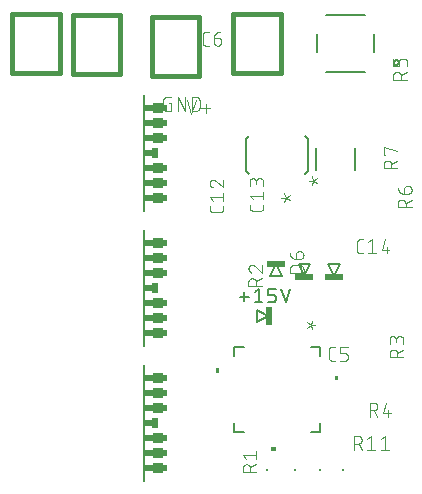
<source format=gbr>
G04 EAGLE Gerber RS-274X export*
G75*
%MOMM*%
%FSLAX34Y34*%
%LPD*%
%INSilkscreen Top*%
%IPPOS*%
%AMOC8*
5,1,8,0,0,1.08239X$1,22.5*%
G01*
%ADD10C,0.203200*%
%ADD11R,0.533500X0.900000*%
%ADD12R,0.952400X0.900000*%
%ADD13R,1.950000X0.600000*%
%ADD14R,1.054000X0.600000*%
%ADD15C,0.101600*%
%ADD16R,1.574800X0.609600*%
%ADD17R,0.609600X1.574800*%
%ADD18C,0.127000*%
%ADD19C,0.152400*%
%ADD20C,0.076200*%
%ADD21R,0.250000X0.250000*%
%ADD22C,0.406400*%

G36*
X184004Y103220D02*
X184004Y103220D01*
X184006Y103219D01*
X184049Y103239D01*
X184093Y103257D01*
X184093Y103259D01*
X184095Y103260D01*
X184128Y103345D01*
X184128Y107155D01*
X184127Y107157D01*
X184128Y107159D01*
X184108Y107202D01*
X184090Y107246D01*
X184088Y107246D01*
X184087Y107248D01*
X184002Y107281D01*
X181462Y107281D01*
X181460Y107280D01*
X181458Y107281D01*
X181415Y107261D01*
X181371Y107243D01*
X181371Y107241D01*
X181369Y107240D01*
X181336Y107155D01*
X181336Y103345D01*
X181337Y103343D01*
X181336Y103341D01*
X181356Y103298D01*
X181374Y103254D01*
X181376Y103254D01*
X181377Y103252D01*
X181462Y103219D01*
X184002Y103219D01*
X184004Y103220D01*
G37*
G36*
X284540Y96720D02*
X284540Y96720D01*
X284542Y96719D01*
X284585Y96739D01*
X284629Y96757D01*
X284629Y96759D01*
X284631Y96760D01*
X284664Y96845D01*
X284664Y100655D01*
X284663Y100657D01*
X284664Y100659D01*
X284644Y100702D01*
X284626Y100746D01*
X284624Y100746D01*
X284623Y100748D01*
X284538Y100781D01*
X281998Y100781D01*
X281996Y100780D01*
X281994Y100781D01*
X281951Y100761D01*
X281907Y100743D01*
X281907Y100741D01*
X281905Y100740D01*
X281872Y100655D01*
X281872Y96845D01*
X281873Y96843D01*
X281872Y96841D01*
X281892Y96798D01*
X281910Y96754D01*
X281912Y96754D01*
X281913Y96752D01*
X281998Y96719D01*
X284538Y96719D01*
X284540Y96720D01*
G37*
G36*
X231657Y37337D02*
X231657Y37337D01*
X231659Y37336D01*
X231702Y37356D01*
X231746Y37374D01*
X231746Y37376D01*
X231748Y37377D01*
X231781Y37462D01*
X231781Y40002D01*
X231780Y40004D01*
X231781Y40006D01*
X231761Y40049D01*
X231743Y40093D01*
X231741Y40093D01*
X231740Y40095D01*
X231655Y40128D01*
X227845Y40128D01*
X227843Y40127D01*
X227841Y40128D01*
X227798Y40108D01*
X227754Y40090D01*
X227754Y40088D01*
X227752Y40087D01*
X227719Y40002D01*
X227719Y37462D01*
X227720Y37460D01*
X227719Y37458D01*
X227739Y37415D01*
X227757Y37371D01*
X227759Y37371D01*
X227760Y37369D01*
X227845Y37336D01*
X231655Y37336D01*
X231657Y37337D01*
G37*
D10*
X120200Y240100D02*
X120200Y338100D01*
D11*
X129843Y289100D03*
D12*
X131937Y301800D03*
X131937Y314500D03*
X131937Y327200D03*
X131937Y276400D03*
X131937Y263700D03*
X131937Y251000D03*
D13*
X130450Y327200D03*
X130450Y251000D03*
X130450Y263700D03*
X130450Y276400D03*
D14*
X125970Y289100D03*
D13*
X130450Y301800D03*
X130450Y314500D03*
D10*
X120200Y223800D02*
X120200Y125800D01*
D11*
X129843Y174800D03*
D12*
X131937Y187500D03*
X131937Y200200D03*
X131937Y212900D03*
X131937Y162100D03*
X131937Y149400D03*
X131937Y136700D03*
D13*
X130450Y212900D03*
X130450Y136700D03*
X130450Y149400D03*
X130450Y162100D03*
D14*
X125970Y174800D03*
D13*
X130450Y187500D03*
X130450Y200200D03*
D10*
X120200Y109500D02*
X120200Y11500D01*
D11*
X129843Y60500D03*
D12*
X131937Y73200D03*
X131937Y85900D03*
X131937Y98600D03*
X131937Y47800D03*
X131937Y35100D03*
X131937Y22400D03*
D13*
X130450Y98600D03*
X130450Y22400D03*
X130450Y35100D03*
X130450Y47800D03*
D14*
X125970Y60500D03*
D13*
X130450Y73200D03*
X130450Y85900D03*
D15*
X203758Y19095D02*
X215442Y19095D01*
X203758Y19095D02*
X203758Y22340D01*
X203760Y22453D01*
X203766Y22566D01*
X203776Y22679D01*
X203790Y22792D01*
X203807Y22904D01*
X203829Y23015D01*
X203854Y23125D01*
X203884Y23235D01*
X203917Y23343D01*
X203954Y23450D01*
X203994Y23556D01*
X204039Y23660D01*
X204087Y23763D01*
X204138Y23864D01*
X204193Y23963D01*
X204251Y24060D01*
X204313Y24155D01*
X204378Y24248D01*
X204446Y24338D01*
X204517Y24426D01*
X204592Y24512D01*
X204669Y24595D01*
X204749Y24675D01*
X204832Y24752D01*
X204918Y24827D01*
X205006Y24898D01*
X205096Y24966D01*
X205189Y25031D01*
X205284Y25093D01*
X205381Y25151D01*
X205480Y25206D01*
X205581Y25257D01*
X205684Y25305D01*
X205788Y25350D01*
X205894Y25390D01*
X206001Y25427D01*
X206109Y25460D01*
X206219Y25490D01*
X206329Y25515D01*
X206440Y25537D01*
X206552Y25554D01*
X206665Y25568D01*
X206778Y25578D01*
X206891Y25584D01*
X207004Y25586D01*
X207117Y25584D01*
X207230Y25578D01*
X207343Y25568D01*
X207456Y25554D01*
X207568Y25537D01*
X207679Y25515D01*
X207789Y25490D01*
X207899Y25460D01*
X208007Y25427D01*
X208114Y25390D01*
X208220Y25350D01*
X208324Y25305D01*
X208427Y25257D01*
X208528Y25206D01*
X208627Y25151D01*
X208724Y25093D01*
X208819Y25031D01*
X208912Y24966D01*
X209002Y24898D01*
X209090Y24827D01*
X209176Y24752D01*
X209259Y24675D01*
X209339Y24595D01*
X209416Y24512D01*
X209491Y24426D01*
X209562Y24338D01*
X209630Y24248D01*
X209695Y24155D01*
X209757Y24060D01*
X209815Y23963D01*
X209870Y23864D01*
X209921Y23763D01*
X209969Y23660D01*
X210014Y23556D01*
X210054Y23450D01*
X210091Y23343D01*
X210124Y23235D01*
X210154Y23125D01*
X210179Y23015D01*
X210201Y22904D01*
X210218Y22792D01*
X210232Y22679D01*
X210242Y22566D01*
X210248Y22453D01*
X210250Y22340D01*
X210249Y22340D02*
X210249Y19095D01*
X210249Y22989D02*
X215442Y25586D01*
X206354Y30451D02*
X203758Y33696D01*
X215442Y33696D01*
X215442Y30451D02*
X215442Y36942D01*
X279339Y113408D02*
X281936Y113408D01*
X279339Y113408D02*
X279240Y113410D01*
X279140Y113416D01*
X279041Y113425D01*
X278943Y113438D01*
X278845Y113455D01*
X278747Y113476D01*
X278651Y113501D01*
X278556Y113529D01*
X278462Y113561D01*
X278369Y113596D01*
X278277Y113635D01*
X278187Y113678D01*
X278099Y113723D01*
X278012Y113773D01*
X277928Y113825D01*
X277845Y113881D01*
X277765Y113939D01*
X277687Y114001D01*
X277612Y114066D01*
X277539Y114134D01*
X277469Y114204D01*
X277401Y114277D01*
X277336Y114352D01*
X277274Y114430D01*
X277216Y114510D01*
X277160Y114593D01*
X277108Y114677D01*
X277058Y114764D01*
X277013Y114852D01*
X276970Y114942D01*
X276931Y115034D01*
X276896Y115127D01*
X276864Y115221D01*
X276836Y115316D01*
X276811Y115412D01*
X276790Y115510D01*
X276773Y115608D01*
X276760Y115706D01*
X276751Y115805D01*
X276745Y115905D01*
X276743Y116004D01*
X276743Y122496D01*
X276745Y122595D01*
X276751Y122695D01*
X276760Y122794D01*
X276773Y122892D01*
X276790Y122990D01*
X276811Y123088D01*
X276836Y123184D01*
X276864Y123279D01*
X276896Y123373D01*
X276931Y123466D01*
X276970Y123558D01*
X277013Y123648D01*
X277058Y123736D01*
X277108Y123823D01*
X277160Y123907D01*
X277216Y123990D01*
X277274Y124070D01*
X277336Y124148D01*
X277401Y124223D01*
X277469Y124296D01*
X277539Y124366D01*
X277612Y124434D01*
X277687Y124499D01*
X277765Y124561D01*
X277845Y124619D01*
X277928Y124675D01*
X278012Y124727D01*
X278099Y124777D01*
X278187Y124822D01*
X278277Y124865D01*
X278369Y124904D01*
X278461Y124939D01*
X278556Y124971D01*
X278651Y124999D01*
X278747Y125024D01*
X278845Y125045D01*
X278943Y125062D01*
X279041Y125075D01*
X279140Y125084D01*
X279240Y125090D01*
X279339Y125092D01*
X281936Y125092D01*
X286301Y113408D02*
X290196Y113408D01*
X290295Y113410D01*
X290395Y113416D01*
X290494Y113425D01*
X290592Y113438D01*
X290690Y113455D01*
X290788Y113476D01*
X290884Y113501D01*
X290979Y113529D01*
X291073Y113561D01*
X291166Y113596D01*
X291258Y113635D01*
X291348Y113678D01*
X291436Y113723D01*
X291523Y113773D01*
X291607Y113825D01*
X291690Y113881D01*
X291770Y113939D01*
X291848Y114001D01*
X291923Y114066D01*
X291996Y114134D01*
X292066Y114204D01*
X292134Y114277D01*
X292199Y114352D01*
X292261Y114430D01*
X292319Y114510D01*
X292375Y114593D01*
X292427Y114677D01*
X292477Y114764D01*
X292522Y114852D01*
X292565Y114942D01*
X292604Y115034D01*
X292639Y115127D01*
X292671Y115221D01*
X292699Y115316D01*
X292724Y115412D01*
X292745Y115510D01*
X292762Y115608D01*
X292775Y115706D01*
X292784Y115805D01*
X292790Y115905D01*
X292792Y116004D01*
X292792Y117303D01*
X292790Y117402D01*
X292784Y117502D01*
X292775Y117601D01*
X292762Y117699D01*
X292745Y117797D01*
X292724Y117895D01*
X292699Y117991D01*
X292671Y118086D01*
X292639Y118180D01*
X292604Y118273D01*
X292565Y118365D01*
X292522Y118455D01*
X292477Y118543D01*
X292427Y118630D01*
X292375Y118714D01*
X292319Y118797D01*
X292261Y118877D01*
X292199Y118955D01*
X292134Y119030D01*
X292066Y119103D01*
X291996Y119173D01*
X291923Y119241D01*
X291848Y119306D01*
X291770Y119368D01*
X291690Y119426D01*
X291607Y119482D01*
X291523Y119534D01*
X291436Y119584D01*
X291348Y119629D01*
X291258Y119672D01*
X291166Y119711D01*
X291073Y119746D01*
X290979Y119778D01*
X290884Y119806D01*
X290788Y119831D01*
X290690Y119852D01*
X290592Y119869D01*
X290494Y119882D01*
X290395Y119891D01*
X290295Y119897D01*
X290196Y119899D01*
X286301Y119899D01*
X286301Y125092D01*
X292792Y125092D01*
D10*
X236700Y185000D02*
X231700Y195000D01*
X226700Y185000D01*
X236700Y185000D01*
D16*
X231700Y195588D03*
D15*
X243638Y187700D02*
X255322Y187700D01*
X243638Y187700D02*
X243638Y190945D01*
X243640Y191058D01*
X243646Y191171D01*
X243656Y191284D01*
X243670Y191397D01*
X243687Y191509D01*
X243709Y191620D01*
X243734Y191730D01*
X243764Y191840D01*
X243797Y191948D01*
X243834Y192055D01*
X243874Y192161D01*
X243919Y192265D01*
X243967Y192368D01*
X244018Y192469D01*
X244073Y192568D01*
X244131Y192665D01*
X244193Y192760D01*
X244258Y192853D01*
X244326Y192943D01*
X244397Y193031D01*
X244472Y193117D01*
X244549Y193200D01*
X244629Y193280D01*
X244712Y193357D01*
X244798Y193432D01*
X244886Y193503D01*
X244976Y193571D01*
X245069Y193636D01*
X245164Y193698D01*
X245261Y193756D01*
X245360Y193811D01*
X245461Y193862D01*
X245564Y193910D01*
X245668Y193955D01*
X245774Y193995D01*
X245881Y194032D01*
X245989Y194065D01*
X246099Y194095D01*
X246209Y194120D01*
X246320Y194142D01*
X246432Y194159D01*
X246545Y194173D01*
X246658Y194183D01*
X246771Y194189D01*
X246884Y194191D01*
X252076Y194191D01*
X252076Y194192D02*
X252189Y194190D01*
X252302Y194184D01*
X252415Y194174D01*
X252528Y194160D01*
X252640Y194143D01*
X252751Y194121D01*
X252861Y194096D01*
X252971Y194066D01*
X253079Y194033D01*
X253186Y193996D01*
X253292Y193956D01*
X253396Y193911D01*
X253499Y193863D01*
X253600Y193812D01*
X253699Y193757D01*
X253796Y193699D01*
X253891Y193637D01*
X253984Y193572D01*
X254074Y193504D01*
X254162Y193433D01*
X254248Y193358D01*
X254331Y193281D01*
X254411Y193201D01*
X254488Y193118D01*
X254563Y193032D01*
X254634Y192944D01*
X254702Y192854D01*
X254767Y192761D01*
X254829Y192666D01*
X254887Y192569D01*
X254942Y192470D01*
X254993Y192369D01*
X255041Y192266D01*
X255086Y192162D01*
X255126Y192056D01*
X255163Y191949D01*
X255196Y191841D01*
X255226Y191731D01*
X255251Y191621D01*
X255273Y191510D01*
X255290Y191398D01*
X255304Y191285D01*
X255314Y191172D01*
X255320Y191059D01*
X255322Y190946D01*
X255322Y190945D02*
X255322Y187700D01*
X248831Y199511D02*
X248831Y203406D01*
X248833Y203505D01*
X248839Y203605D01*
X248848Y203704D01*
X248861Y203802D01*
X248878Y203900D01*
X248899Y203998D01*
X248924Y204094D01*
X248952Y204189D01*
X248984Y204283D01*
X249019Y204376D01*
X249058Y204468D01*
X249101Y204558D01*
X249146Y204646D01*
X249196Y204733D01*
X249248Y204817D01*
X249304Y204900D01*
X249362Y204980D01*
X249424Y205058D01*
X249489Y205133D01*
X249557Y205206D01*
X249627Y205276D01*
X249700Y205344D01*
X249775Y205409D01*
X249853Y205471D01*
X249933Y205529D01*
X250016Y205585D01*
X250100Y205637D01*
X250187Y205687D01*
X250275Y205732D01*
X250365Y205775D01*
X250457Y205814D01*
X250550Y205849D01*
X250644Y205881D01*
X250739Y205909D01*
X250835Y205934D01*
X250933Y205955D01*
X251031Y205972D01*
X251129Y205985D01*
X251228Y205994D01*
X251328Y206000D01*
X251427Y206002D01*
X252076Y206002D01*
X252189Y206000D01*
X252302Y205994D01*
X252415Y205984D01*
X252528Y205970D01*
X252640Y205953D01*
X252751Y205931D01*
X252861Y205906D01*
X252971Y205876D01*
X253079Y205843D01*
X253186Y205806D01*
X253292Y205766D01*
X253396Y205721D01*
X253499Y205673D01*
X253600Y205622D01*
X253699Y205567D01*
X253796Y205509D01*
X253891Y205447D01*
X253984Y205382D01*
X254074Y205314D01*
X254162Y205243D01*
X254248Y205168D01*
X254331Y205091D01*
X254411Y205011D01*
X254488Y204928D01*
X254563Y204842D01*
X254634Y204754D01*
X254702Y204664D01*
X254767Y204571D01*
X254829Y204476D01*
X254887Y204379D01*
X254942Y204280D01*
X254993Y204179D01*
X255041Y204076D01*
X255086Y203972D01*
X255126Y203866D01*
X255163Y203759D01*
X255196Y203651D01*
X255226Y203541D01*
X255251Y203431D01*
X255273Y203320D01*
X255290Y203208D01*
X255304Y203095D01*
X255314Y202982D01*
X255320Y202869D01*
X255322Y202756D01*
X255320Y202643D01*
X255314Y202530D01*
X255304Y202417D01*
X255290Y202304D01*
X255273Y202192D01*
X255251Y202081D01*
X255226Y201971D01*
X255196Y201861D01*
X255163Y201753D01*
X255126Y201646D01*
X255086Y201540D01*
X255041Y201436D01*
X254993Y201333D01*
X254942Y201232D01*
X254887Y201133D01*
X254829Y201036D01*
X254767Y200941D01*
X254702Y200848D01*
X254634Y200758D01*
X254563Y200670D01*
X254488Y200584D01*
X254411Y200501D01*
X254331Y200421D01*
X254248Y200344D01*
X254162Y200269D01*
X254074Y200198D01*
X253984Y200130D01*
X253891Y200065D01*
X253796Y200003D01*
X253699Y199945D01*
X253600Y199890D01*
X253499Y199839D01*
X253396Y199791D01*
X253292Y199746D01*
X253186Y199706D01*
X253079Y199669D01*
X252971Y199636D01*
X252861Y199606D01*
X252751Y199581D01*
X252640Y199559D01*
X252528Y199542D01*
X252415Y199528D01*
X252302Y199518D01*
X252189Y199512D01*
X252076Y199510D01*
X252076Y199511D02*
X248831Y199511D01*
X248688Y199513D01*
X248545Y199519D01*
X248402Y199529D01*
X248260Y199543D01*
X248118Y199560D01*
X247976Y199582D01*
X247835Y199607D01*
X247695Y199637D01*
X247556Y199670D01*
X247418Y199707D01*
X247281Y199748D01*
X247145Y199792D01*
X247010Y199841D01*
X246877Y199893D01*
X246745Y199948D01*
X246615Y200008D01*
X246486Y200071D01*
X246359Y200137D01*
X246235Y200207D01*
X246112Y200280D01*
X245991Y200357D01*
X245872Y200436D01*
X245756Y200520D01*
X245641Y200606D01*
X245530Y200695D01*
X245421Y200788D01*
X245314Y200883D01*
X245210Y200982D01*
X245109Y201083D01*
X245010Y201187D01*
X244915Y201293D01*
X244822Y201403D01*
X244733Y201514D01*
X244647Y201628D01*
X244564Y201745D01*
X244484Y201864D01*
X244407Y201985D01*
X244334Y202107D01*
X244264Y202232D01*
X244198Y202359D01*
X244135Y202488D01*
X244075Y202618D01*
X244020Y202750D01*
X243968Y202883D01*
X243919Y203018D01*
X243875Y203154D01*
X243834Y203291D01*
X243797Y203429D01*
X243764Y203568D01*
X243734Y203708D01*
X243709Y203849D01*
X243687Y203991D01*
X243670Y204133D01*
X243656Y204275D01*
X243646Y204418D01*
X243640Y204561D01*
X243638Y204704D01*
D10*
X225600Y151300D02*
X215600Y146300D01*
X215600Y156300D02*
X225600Y151300D01*
X215600Y156300D02*
X215600Y146300D01*
D17*
X226188Y151300D03*
D10*
X281300Y185000D02*
X276300Y195000D01*
X286300Y195000D02*
X281300Y185000D01*
X286300Y195000D02*
X276300Y195000D01*
D16*
X281300Y184412D03*
D10*
X256100Y185000D02*
X251100Y195000D01*
X261100Y195000D02*
X256100Y185000D01*
X261100Y195000D02*
X251100Y195000D01*
D16*
X256100Y184412D03*
D15*
X303109Y204408D02*
X305706Y204408D01*
X303109Y204408D02*
X303010Y204410D01*
X302910Y204416D01*
X302811Y204425D01*
X302713Y204438D01*
X302615Y204455D01*
X302517Y204476D01*
X302421Y204501D01*
X302326Y204529D01*
X302232Y204561D01*
X302139Y204596D01*
X302047Y204635D01*
X301957Y204678D01*
X301869Y204723D01*
X301782Y204773D01*
X301698Y204825D01*
X301615Y204881D01*
X301535Y204939D01*
X301457Y205001D01*
X301382Y205066D01*
X301309Y205134D01*
X301239Y205204D01*
X301171Y205277D01*
X301106Y205352D01*
X301044Y205430D01*
X300986Y205510D01*
X300930Y205593D01*
X300878Y205677D01*
X300828Y205764D01*
X300783Y205852D01*
X300740Y205942D01*
X300701Y206034D01*
X300666Y206127D01*
X300634Y206221D01*
X300606Y206316D01*
X300581Y206412D01*
X300560Y206510D01*
X300543Y206608D01*
X300530Y206706D01*
X300521Y206805D01*
X300515Y206905D01*
X300513Y207004D01*
X300513Y213496D01*
X300515Y213595D01*
X300521Y213695D01*
X300530Y213794D01*
X300543Y213892D01*
X300560Y213990D01*
X300581Y214088D01*
X300606Y214184D01*
X300634Y214279D01*
X300666Y214373D01*
X300701Y214466D01*
X300740Y214558D01*
X300783Y214648D01*
X300828Y214736D01*
X300878Y214823D01*
X300930Y214907D01*
X300986Y214990D01*
X301044Y215070D01*
X301106Y215148D01*
X301171Y215223D01*
X301239Y215296D01*
X301309Y215366D01*
X301382Y215434D01*
X301457Y215499D01*
X301535Y215561D01*
X301615Y215619D01*
X301698Y215675D01*
X301782Y215727D01*
X301869Y215777D01*
X301957Y215822D01*
X302047Y215865D01*
X302139Y215904D01*
X302231Y215939D01*
X302326Y215971D01*
X302421Y215999D01*
X302517Y216024D01*
X302615Y216045D01*
X302713Y216062D01*
X302811Y216075D01*
X302910Y216084D01*
X303010Y216090D01*
X303109Y216092D01*
X305706Y216092D01*
X310071Y213496D02*
X313316Y216092D01*
X313316Y204408D01*
X310071Y204408D02*
X316562Y204408D01*
X321501Y207004D02*
X324097Y216092D01*
X321501Y207004D02*
X327992Y207004D01*
X326045Y209601D02*
X326045Y204408D01*
D18*
X208905Y167440D02*
X201285Y167440D01*
X205095Y163630D02*
X205095Y171250D01*
X214112Y171885D02*
X217287Y174425D01*
X217287Y162995D01*
X214112Y162995D02*
X220462Y162995D01*
X225542Y162995D02*
X229352Y162995D01*
X229452Y162997D01*
X229551Y163003D01*
X229651Y163013D01*
X229749Y163026D01*
X229848Y163044D01*
X229945Y163065D01*
X230041Y163090D01*
X230137Y163119D01*
X230231Y163152D01*
X230324Y163188D01*
X230415Y163228D01*
X230505Y163272D01*
X230593Y163319D01*
X230679Y163369D01*
X230763Y163423D01*
X230845Y163480D01*
X230924Y163540D01*
X231002Y163604D01*
X231076Y163670D01*
X231148Y163739D01*
X231217Y163811D01*
X231283Y163885D01*
X231347Y163963D01*
X231407Y164042D01*
X231464Y164124D01*
X231518Y164208D01*
X231568Y164294D01*
X231615Y164382D01*
X231659Y164472D01*
X231699Y164563D01*
X231735Y164656D01*
X231768Y164750D01*
X231797Y164846D01*
X231822Y164942D01*
X231843Y165039D01*
X231861Y165138D01*
X231874Y165236D01*
X231884Y165336D01*
X231890Y165435D01*
X231892Y165535D01*
X231892Y166805D01*
X231890Y166905D01*
X231884Y167004D01*
X231874Y167104D01*
X231861Y167202D01*
X231843Y167301D01*
X231822Y167398D01*
X231797Y167494D01*
X231768Y167590D01*
X231735Y167684D01*
X231699Y167777D01*
X231659Y167868D01*
X231615Y167958D01*
X231568Y168046D01*
X231518Y168132D01*
X231464Y168216D01*
X231407Y168298D01*
X231347Y168377D01*
X231283Y168455D01*
X231217Y168529D01*
X231148Y168601D01*
X231076Y168670D01*
X231002Y168736D01*
X230924Y168800D01*
X230845Y168860D01*
X230763Y168917D01*
X230679Y168971D01*
X230593Y169021D01*
X230505Y169068D01*
X230415Y169112D01*
X230324Y169152D01*
X230231Y169188D01*
X230137Y169221D01*
X230041Y169250D01*
X229945Y169275D01*
X229848Y169296D01*
X229749Y169314D01*
X229651Y169327D01*
X229551Y169337D01*
X229452Y169343D01*
X229352Y169345D01*
X225542Y169345D01*
X225542Y174425D01*
X231892Y174425D01*
X236337Y174425D02*
X240147Y162995D01*
X243957Y174425D01*
D15*
X220342Y176595D02*
X208658Y176595D01*
X208658Y179840D01*
X208660Y179953D01*
X208666Y180066D01*
X208676Y180179D01*
X208690Y180292D01*
X208707Y180404D01*
X208729Y180515D01*
X208754Y180625D01*
X208784Y180735D01*
X208817Y180843D01*
X208854Y180950D01*
X208894Y181056D01*
X208939Y181160D01*
X208987Y181263D01*
X209038Y181364D01*
X209093Y181463D01*
X209151Y181560D01*
X209213Y181655D01*
X209278Y181748D01*
X209346Y181838D01*
X209417Y181926D01*
X209492Y182012D01*
X209569Y182095D01*
X209649Y182175D01*
X209732Y182252D01*
X209818Y182327D01*
X209906Y182398D01*
X209996Y182466D01*
X210089Y182531D01*
X210184Y182593D01*
X210281Y182651D01*
X210380Y182706D01*
X210481Y182757D01*
X210584Y182805D01*
X210688Y182850D01*
X210794Y182890D01*
X210901Y182927D01*
X211009Y182960D01*
X211119Y182990D01*
X211229Y183015D01*
X211340Y183037D01*
X211452Y183054D01*
X211565Y183068D01*
X211678Y183078D01*
X211791Y183084D01*
X211904Y183086D01*
X212017Y183084D01*
X212130Y183078D01*
X212243Y183068D01*
X212356Y183054D01*
X212468Y183037D01*
X212579Y183015D01*
X212689Y182990D01*
X212799Y182960D01*
X212907Y182927D01*
X213014Y182890D01*
X213120Y182850D01*
X213224Y182805D01*
X213327Y182757D01*
X213428Y182706D01*
X213527Y182651D01*
X213624Y182593D01*
X213719Y182531D01*
X213812Y182466D01*
X213902Y182398D01*
X213990Y182327D01*
X214076Y182252D01*
X214159Y182175D01*
X214239Y182095D01*
X214316Y182012D01*
X214391Y181926D01*
X214462Y181838D01*
X214530Y181748D01*
X214595Y181655D01*
X214657Y181560D01*
X214715Y181463D01*
X214770Y181364D01*
X214821Y181263D01*
X214869Y181160D01*
X214914Y181056D01*
X214954Y180950D01*
X214991Y180843D01*
X215024Y180735D01*
X215054Y180625D01*
X215079Y180515D01*
X215101Y180404D01*
X215118Y180292D01*
X215132Y180179D01*
X215142Y180066D01*
X215148Y179953D01*
X215150Y179840D01*
X215149Y179840D02*
X215149Y176595D01*
X215149Y180489D02*
X220342Y183086D01*
X211579Y194442D02*
X211472Y194440D01*
X211366Y194434D01*
X211260Y194424D01*
X211154Y194411D01*
X211048Y194393D01*
X210944Y194372D01*
X210840Y194347D01*
X210737Y194318D01*
X210636Y194286D01*
X210536Y194249D01*
X210437Y194209D01*
X210339Y194166D01*
X210243Y194119D01*
X210149Y194068D01*
X210057Y194014D01*
X209967Y193957D01*
X209879Y193897D01*
X209794Y193833D01*
X209711Y193766D01*
X209630Y193696D01*
X209552Y193624D01*
X209476Y193548D01*
X209404Y193470D01*
X209334Y193389D01*
X209267Y193306D01*
X209203Y193221D01*
X209143Y193133D01*
X209086Y193043D01*
X209032Y192951D01*
X208981Y192857D01*
X208934Y192761D01*
X208891Y192663D01*
X208851Y192564D01*
X208814Y192464D01*
X208782Y192363D01*
X208753Y192260D01*
X208728Y192156D01*
X208707Y192052D01*
X208689Y191946D01*
X208676Y191840D01*
X208666Y191734D01*
X208660Y191628D01*
X208658Y191521D01*
X208660Y191400D01*
X208666Y191279D01*
X208676Y191159D01*
X208689Y191038D01*
X208707Y190919D01*
X208728Y190799D01*
X208753Y190681D01*
X208782Y190564D01*
X208815Y190447D01*
X208851Y190332D01*
X208892Y190218D01*
X208935Y190105D01*
X208983Y189993D01*
X209034Y189884D01*
X209089Y189776D01*
X209147Y189669D01*
X209208Y189565D01*
X209273Y189463D01*
X209341Y189363D01*
X209412Y189265D01*
X209486Y189169D01*
X209563Y189076D01*
X209644Y188986D01*
X209727Y188898D01*
X209813Y188813D01*
X209902Y188730D01*
X209993Y188651D01*
X210087Y188574D01*
X210183Y188501D01*
X210281Y188431D01*
X210382Y188364D01*
X210485Y188300D01*
X210590Y188240D01*
X210697Y188182D01*
X210805Y188129D01*
X210915Y188079D01*
X211027Y188033D01*
X211140Y187990D01*
X211255Y187951D01*
X213851Y193468D02*
X213773Y193547D01*
X213693Y193623D01*
X213610Y193696D01*
X213524Y193766D01*
X213437Y193833D01*
X213346Y193897D01*
X213254Y193957D01*
X213160Y194015D01*
X213063Y194069D01*
X212965Y194119D01*
X212865Y194166D01*
X212764Y194210D01*
X212661Y194250D01*
X212556Y194286D01*
X212451Y194318D01*
X212344Y194347D01*
X212237Y194372D01*
X212128Y194394D01*
X212019Y194411D01*
X211910Y194425D01*
X211800Y194434D01*
X211689Y194440D01*
X211579Y194442D01*
X213851Y193468D02*
X220342Y187951D01*
X220342Y194442D01*
D19*
X298556Y274448D02*
X298556Y293752D01*
X266044Y293752D02*
X266044Y274448D01*
D20*
X263560Y265777D02*
X259581Y265777D01*
X263560Y265777D02*
X266545Y268098D01*
X263560Y265777D02*
X266545Y263455D01*
X263560Y265777D02*
X262234Y269424D01*
X263560Y265777D02*
X262234Y262129D01*
D19*
X209432Y271698D02*
X206892Y274238D01*
X256168Y271698D02*
X258708Y274238D01*
X258708Y301162D01*
X256168Y303702D01*
X209432Y303702D02*
X206892Y301162D01*
X206892Y274238D01*
D20*
X236497Y251343D02*
X240476Y251343D01*
X243461Y253664D01*
X240476Y251343D02*
X243461Y249021D01*
X240476Y251343D02*
X239150Y254990D01*
X240476Y251343D02*
X239150Y247695D01*
D15*
X175001Y380108D02*
X172404Y380108D01*
X172305Y380110D01*
X172205Y380116D01*
X172106Y380125D01*
X172008Y380138D01*
X171910Y380155D01*
X171812Y380176D01*
X171716Y380201D01*
X171621Y380229D01*
X171527Y380261D01*
X171434Y380296D01*
X171342Y380335D01*
X171252Y380378D01*
X171164Y380423D01*
X171077Y380473D01*
X170993Y380525D01*
X170910Y380581D01*
X170830Y380639D01*
X170752Y380701D01*
X170677Y380766D01*
X170604Y380834D01*
X170534Y380904D01*
X170466Y380977D01*
X170401Y381052D01*
X170339Y381130D01*
X170281Y381210D01*
X170225Y381293D01*
X170173Y381377D01*
X170123Y381464D01*
X170078Y381552D01*
X170035Y381642D01*
X169996Y381734D01*
X169961Y381827D01*
X169929Y381921D01*
X169901Y382016D01*
X169876Y382112D01*
X169855Y382210D01*
X169838Y382308D01*
X169825Y382406D01*
X169816Y382505D01*
X169810Y382605D01*
X169808Y382704D01*
X169808Y389196D01*
X169810Y389295D01*
X169816Y389395D01*
X169825Y389494D01*
X169838Y389592D01*
X169855Y389690D01*
X169876Y389788D01*
X169901Y389884D01*
X169929Y389979D01*
X169961Y390073D01*
X169996Y390166D01*
X170035Y390258D01*
X170078Y390348D01*
X170123Y390436D01*
X170173Y390523D01*
X170225Y390607D01*
X170281Y390690D01*
X170339Y390770D01*
X170401Y390848D01*
X170466Y390923D01*
X170534Y390996D01*
X170604Y391066D01*
X170677Y391134D01*
X170752Y391199D01*
X170830Y391261D01*
X170910Y391319D01*
X170993Y391375D01*
X171077Y391427D01*
X171164Y391477D01*
X171252Y391522D01*
X171342Y391565D01*
X171434Y391604D01*
X171526Y391639D01*
X171621Y391671D01*
X171716Y391699D01*
X171812Y391724D01*
X171910Y391745D01*
X172008Y391762D01*
X172106Y391775D01*
X172205Y391784D01*
X172305Y391790D01*
X172404Y391792D01*
X175001Y391792D01*
X179366Y386599D02*
X183261Y386599D01*
X183360Y386597D01*
X183460Y386591D01*
X183559Y386582D01*
X183657Y386569D01*
X183755Y386552D01*
X183853Y386531D01*
X183949Y386506D01*
X184044Y386478D01*
X184138Y386446D01*
X184231Y386411D01*
X184323Y386372D01*
X184413Y386329D01*
X184501Y386284D01*
X184588Y386234D01*
X184672Y386182D01*
X184755Y386126D01*
X184835Y386068D01*
X184913Y386006D01*
X184988Y385941D01*
X185061Y385873D01*
X185131Y385803D01*
X185199Y385730D01*
X185264Y385655D01*
X185326Y385577D01*
X185384Y385497D01*
X185440Y385414D01*
X185492Y385330D01*
X185542Y385243D01*
X185587Y385155D01*
X185630Y385065D01*
X185669Y384973D01*
X185704Y384880D01*
X185736Y384786D01*
X185764Y384691D01*
X185789Y384595D01*
X185810Y384497D01*
X185827Y384399D01*
X185840Y384301D01*
X185849Y384202D01*
X185855Y384102D01*
X185857Y384003D01*
X185857Y383354D01*
X185858Y383354D02*
X185856Y383241D01*
X185850Y383128D01*
X185840Y383015D01*
X185826Y382902D01*
X185809Y382790D01*
X185787Y382679D01*
X185762Y382569D01*
X185732Y382459D01*
X185699Y382351D01*
X185662Y382244D01*
X185622Y382138D01*
X185577Y382034D01*
X185529Y381931D01*
X185478Y381830D01*
X185423Y381731D01*
X185365Y381634D01*
X185303Y381539D01*
X185238Y381446D01*
X185170Y381356D01*
X185099Y381268D01*
X185024Y381182D01*
X184947Y381099D01*
X184867Y381019D01*
X184784Y380942D01*
X184698Y380867D01*
X184610Y380796D01*
X184520Y380728D01*
X184427Y380663D01*
X184332Y380601D01*
X184235Y380543D01*
X184136Y380488D01*
X184035Y380437D01*
X183932Y380389D01*
X183828Y380344D01*
X183722Y380304D01*
X183615Y380267D01*
X183507Y380234D01*
X183397Y380204D01*
X183287Y380179D01*
X183176Y380157D01*
X183064Y380140D01*
X182951Y380126D01*
X182838Y380116D01*
X182725Y380110D01*
X182612Y380108D01*
X182499Y380110D01*
X182386Y380116D01*
X182273Y380126D01*
X182160Y380140D01*
X182048Y380157D01*
X181937Y380179D01*
X181827Y380204D01*
X181717Y380234D01*
X181609Y380267D01*
X181502Y380304D01*
X181396Y380344D01*
X181292Y380389D01*
X181189Y380437D01*
X181088Y380488D01*
X180989Y380543D01*
X180892Y380601D01*
X180797Y380663D01*
X180704Y380728D01*
X180614Y380796D01*
X180526Y380867D01*
X180440Y380942D01*
X180357Y381019D01*
X180277Y381099D01*
X180200Y381182D01*
X180125Y381268D01*
X180054Y381356D01*
X179986Y381446D01*
X179921Y381539D01*
X179859Y381634D01*
X179801Y381731D01*
X179746Y381830D01*
X179695Y381931D01*
X179647Y382034D01*
X179602Y382138D01*
X179562Y382244D01*
X179525Y382351D01*
X179492Y382459D01*
X179462Y382569D01*
X179437Y382679D01*
X179415Y382790D01*
X179398Y382902D01*
X179384Y383015D01*
X179374Y383128D01*
X179368Y383241D01*
X179366Y383354D01*
X179366Y386599D01*
X179368Y386742D01*
X179374Y386885D01*
X179384Y387028D01*
X179398Y387170D01*
X179415Y387312D01*
X179437Y387454D01*
X179462Y387595D01*
X179492Y387735D01*
X179525Y387874D01*
X179562Y388012D01*
X179603Y388149D01*
X179647Y388285D01*
X179696Y388420D01*
X179748Y388553D01*
X179803Y388685D01*
X179863Y388815D01*
X179926Y388944D01*
X179992Y389071D01*
X180062Y389195D01*
X180135Y389318D01*
X180212Y389439D01*
X180292Y389558D01*
X180375Y389674D01*
X180461Y389789D01*
X180550Y389900D01*
X180643Y390010D01*
X180738Y390116D01*
X180837Y390220D01*
X180938Y390321D01*
X181042Y390420D01*
X181148Y390515D01*
X181258Y390608D01*
X181369Y390697D01*
X181484Y390783D01*
X181600Y390866D01*
X181719Y390946D01*
X181840Y391023D01*
X181962Y391096D01*
X182087Y391166D01*
X182214Y391232D01*
X182343Y391295D01*
X182473Y391355D01*
X182605Y391410D01*
X182738Y391462D01*
X182873Y391511D01*
X183009Y391555D01*
X183146Y391596D01*
X183284Y391633D01*
X183423Y391666D01*
X183563Y391696D01*
X183704Y391721D01*
X183846Y391743D01*
X183988Y391760D01*
X184130Y391774D01*
X184273Y391784D01*
X184416Y391790D01*
X184559Y391792D01*
X187442Y244356D02*
X187442Y241759D01*
X187440Y241660D01*
X187434Y241560D01*
X187425Y241461D01*
X187412Y241363D01*
X187395Y241265D01*
X187374Y241167D01*
X187349Y241071D01*
X187321Y240976D01*
X187289Y240882D01*
X187254Y240789D01*
X187215Y240697D01*
X187172Y240607D01*
X187127Y240519D01*
X187077Y240432D01*
X187025Y240348D01*
X186969Y240265D01*
X186911Y240185D01*
X186849Y240107D01*
X186784Y240032D01*
X186716Y239959D01*
X186646Y239889D01*
X186573Y239821D01*
X186498Y239756D01*
X186420Y239694D01*
X186340Y239636D01*
X186257Y239580D01*
X186173Y239528D01*
X186086Y239478D01*
X185998Y239433D01*
X185908Y239390D01*
X185816Y239351D01*
X185723Y239316D01*
X185629Y239284D01*
X185534Y239256D01*
X185438Y239231D01*
X185340Y239210D01*
X185242Y239193D01*
X185144Y239180D01*
X185045Y239171D01*
X184945Y239165D01*
X184846Y239163D01*
X178354Y239163D01*
X178354Y239162D02*
X178255Y239164D01*
X178155Y239170D01*
X178056Y239179D01*
X177958Y239192D01*
X177860Y239210D01*
X177762Y239230D01*
X177666Y239255D01*
X177570Y239283D01*
X177476Y239315D01*
X177383Y239350D01*
X177292Y239389D01*
X177202Y239432D01*
X177113Y239477D01*
X177027Y239527D01*
X176942Y239579D01*
X176860Y239635D01*
X176780Y239694D01*
X176702Y239755D01*
X176626Y239820D01*
X176553Y239888D01*
X176483Y239958D01*
X176415Y240031D01*
X176350Y240107D01*
X176289Y240185D01*
X176230Y240265D01*
X176174Y240347D01*
X176122Y240432D01*
X176073Y240518D01*
X176027Y240607D01*
X175984Y240697D01*
X175945Y240788D01*
X175910Y240881D01*
X175878Y240975D01*
X175850Y241071D01*
X175825Y241167D01*
X175805Y241265D01*
X175787Y241363D01*
X175774Y241461D01*
X175765Y241560D01*
X175759Y241659D01*
X175757Y241759D01*
X175758Y241759D02*
X175758Y244356D01*
X178354Y248721D02*
X175758Y251966D01*
X187442Y251966D01*
X187442Y248721D02*
X187442Y255212D01*
X178679Y266642D02*
X178572Y266640D01*
X178466Y266634D01*
X178360Y266624D01*
X178254Y266611D01*
X178148Y266593D01*
X178044Y266572D01*
X177940Y266547D01*
X177837Y266518D01*
X177736Y266486D01*
X177636Y266449D01*
X177537Y266409D01*
X177439Y266366D01*
X177343Y266319D01*
X177249Y266268D01*
X177157Y266214D01*
X177067Y266157D01*
X176979Y266097D01*
X176894Y266033D01*
X176811Y265966D01*
X176730Y265896D01*
X176652Y265824D01*
X176576Y265748D01*
X176504Y265670D01*
X176434Y265589D01*
X176367Y265506D01*
X176303Y265421D01*
X176243Y265333D01*
X176186Y265243D01*
X176132Y265151D01*
X176081Y265057D01*
X176034Y264961D01*
X175991Y264863D01*
X175951Y264764D01*
X175914Y264664D01*
X175882Y264563D01*
X175853Y264460D01*
X175828Y264356D01*
X175807Y264252D01*
X175789Y264146D01*
X175776Y264040D01*
X175766Y263934D01*
X175760Y263828D01*
X175758Y263721D01*
X175760Y263600D01*
X175766Y263479D01*
X175776Y263359D01*
X175789Y263238D01*
X175807Y263119D01*
X175828Y262999D01*
X175853Y262881D01*
X175882Y262764D01*
X175915Y262647D01*
X175951Y262532D01*
X175992Y262418D01*
X176035Y262305D01*
X176083Y262193D01*
X176134Y262084D01*
X176189Y261976D01*
X176247Y261869D01*
X176308Y261765D01*
X176373Y261663D01*
X176441Y261563D01*
X176512Y261465D01*
X176586Y261369D01*
X176663Y261276D01*
X176744Y261186D01*
X176827Y261098D01*
X176913Y261013D01*
X177002Y260930D01*
X177093Y260851D01*
X177187Y260774D01*
X177283Y260701D01*
X177381Y260631D01*
X177482Y260564D01*
X177585Y260500D01*
X177690Y260440D01*
X177797Y260382D01*
X177905Y260329D01*
X178015Y260279D01*
X178127Y260233D01*
X178240Y260190D01*
X178355Y260151D01*
X180951Y265668D02*
X180873Y265747D01*
X180793Y265823D01*
X180710Y265896D01*
X180624Y265966D01*
X180537Y266033D01*
X180446Y266097D01*
X180354Y266157D01*
X180260Y266215D01*
X180163Y266269D01*
X180065Y266319D01*
X179965Y266366D01*
X179864Y266410D01*
X179761Y266450D01*
X179656Y266486D01*
X179551Y266518D01*
X179444Y266547D01*
X179337Y266572D01*
X179228Y266594D01*
X179119Y266611D01*
X179010Y266625D01*
X178900Y266634D01*
X178789Y266640D01*
X178679Y266642D01*
X180951Y265668D02*
X187442Y260151D01*
X187442Y266642D01*
X221442Y245556D02*
X221442Y242959D01*
X221440Y242860D01*
X221434Y242760D01*
X221425Y242661D01*
X221412Y242563D01*
X221395Y242465D01*
X221374Y242367D01*
X221349Y242271D01*
X221321Y242176D01*
X221289Y242082D01*
X221254Y241989D01*
X221215Y241897D01*
X221172Y241807D01*
X221127Y241719D01*
X221077Y241632D01*
X221025Y241548D01*
X220969Y241465D01*
X220911Y241385D01*
X220849Y241307D01*
X220784Y241232D01*
X220716Y241159D01*
X220646Y241089D01*
X220573Y241021D01*
X220498Y240956D01*
X220420Y240894D01*
X220340Y240836D01*
X220257Y240780D01*
X220173Y240728D01*
X220086Y240678D01*
X219998Y240633D01*
X219908Y240590D01*
X219816Y240551D01*
X219723Y240516D01*
X219629Y240484D01*
X219534Y240456D01*
X219438Y240431D01*
X219340Y240410D01*
X219242Y240393D01*
X219144Y240380D01*
X219045Y240371D01*
X218945Y240365D01*
X218846Y240363D01*
X212354Y240363D01*
X212354Y240362D02*
X212255Y240364D01*
X212155Y240370D01*
X212056Y240379D01*
X211958Y240392D01*
X211860Y240410D01*
X211762Y240430D01*
X211666Y240455D01*
X211570Y240483D01*
X211476Y240515D01*
X211383Y240550D01*
X211292Y240589D01*
X211202Y240632D01*
X211113Y240677D01*
X211027Y240727D01*
X210942Y240779D01*
X210860Y240835D01*
X210780Y240894D01*
X210702Y240955D01*
X210626Y241020D01*
X210553Y241088D01*
X210483Y241158D01*
X210415Y241231D01*
X210350Y241307D01*
X210289Y241385D01*
X210230Y241465D01*
X210174Y241547D01*
X210122Y241632D01*
X210073Y241718D01*
X210027Y241807D01*
X209984Y241897D01*
X209945Y241988D01*
X209910Y242081D01*
X209878Y242175D01*
X209850Y242271D01*
X209825Y242367D01*
X209805Y242465D01*
X209787Y242563D01*
X209774Y242661D01*
X209765Y242760D01*
X209759Y242859D01*
X209757Y242959D01*
X209758Y242959D02*
X209758Y245556D01*
X212354Y249921D02*
X209758Y253166D01*
X221442Y253166D01*
X221442Y249921D02*
X221442Y256412D01*
X221442Y261351D02*
X221442Y264596D01*
X221440Y264709D01*
X221434Y264822D01*
X221424Y264935D01*
X221410Y265048D01*
X221393Y265160D01*
X221371Y265271D01*
X221346Y265381D01*
X221316Y265491D01*
X221283Y265599D01*
X221246Y265706D01*
X221206Y265812D01*
X221161Y265916D01*
X221113Y266019D01*
X221062Y266120D01*
X221007Y266219D01*
X220949Y266316D01*
X220887Y266411D01*
X220822Y266504D01*
X220754Y266594D01*
X220683Y266682D01*
X220608Y266768D01*
X220531Y266851D01*
X220451Y266931D01*
X220368Y267008D01*
X220282Y267083D01*
X220194Y267154D01*
X220104Y267222D01*
X220011Y267287D01*
X219916Y267349D01*
X219819Y267407D01*
X219720Y267462D01*
X219619Y267513D01*
X219516Y267561D01*
X219412Y267606D01*
X219306Y267646D01*
X219199Y267683D01*
X219091Y267716D01*
X218981Y267746D01*
X218871Y267771D01*
X218760Y267793D01*
X218648Y267810D01*
X218535Y267824D01*
X218422Y267834D01*
X218309Y267840D01*
X218196Y267842D01*
X218083Y267840D01*
X217970Y267834D01*
X217857Y267824D01*
X217744Y267810D01*
X217632Y267793D01*
X217521Y267771D01*
X217411Y267746D01*
X217301Y267716D01*
X217193Y267683D01*
X217086Y267646D01*
X216980Y267606D01*
X216876Y267561D01*
X216773Y267513D01*
X216672Y267462D01*
X216573Y267407D01*
X216476Y267349D01*
X216381Y267287D01*
X216288Y267222D01*
X216198Y267154D01*
X216110Y267083D01*
X216024Y267008D01*
X215941Y266931D01*
X215861Y266851D01*
X215784Y266768D01*
X215709Y266682D01*
X215638Y266594D01*
X215570Y266504D01*
X215505Y266411D01*
X215443Y266316D01*
X215385Y266219D01*
X215330Y266120D01*
X215279Y266019D01*
X215231Y265916D01*
X215186Y265812D01*
X215146Y265706D01*
X215109Y265599D01*
X215076Y265491D01*
X215046Y265381D01*
X215021Y265271D01*
X214999Y265160D01*
X214982Y265048D01*
X214968Y264935D01*
X214958Y264822D01*
X214952Y264709D01*
X214950Y264596D01*
X209758Y265246D02*
X209758Y261351D01*
X209758Y265246D02*
X209760Y265347D01*
X209766Y265447D01*
X209776Y265547D01*
X209789Y265647D01*
X209807Y265746D01*
X209828Y265845D01*
X209853Y265942D01*
X209882Y266039D01*
X209915Y266134D01*
X209951Y266228D01*
X209991Y266320D01*
X210034Y266411D01*
X210081Y266500D01*
X210131Y266587D01*
X210185Y266673D01*
X210242Y266756D01*
X210302Y266836D01*
X210365Y266915D01*
X210432Y266991D01*
X210501Y267064D01*
X210573Y267134D01*
X210647Y267202D01*
X210724Y267267D01*
X210804Y267328D01*
X210886Y267387D01*
X210970Y267442D01*
X211056Y267494D01*
X211144Y267543D01*
X211234Y267588D01*
X211326Y267630D01*
X211419Y267668D01*
X211514Y267702D01*
X211609Y267733D01*
X211706Y267760D01*
X211804Y267783D01*
X211903Y267803D01*
X212003Y267818D01*
X212103Y267830D01*
X212203Y267838D01*
X212304Y267842D01*
X212404Y267842D01*
X212505Y267838D01*
X212605Y267830D01*
X212705Y267818D01*
X212805Y267803D01*
X212904Y267783D01*
X213002Y267760D01*
X213099Y267733D01*
X213194Y267702D01*
X213289Y267668D01*
X213382Y267630D01*
X213474Y267588D01*
X213564Y267543D01*
X213652Y267494D01*
X213738Y267442D01*
X213822Y267387D01*
X213904Y267328D01*
X213984Y267267D01*
X214061Y267202D01*
X214135Y267134D01*
X214207Y267064D01*
X214276Y266991D01*
X214343Y266915D01*
X214406Y266836D01*
X214466Y266756D01*
X214523Y266673D01*
X214577Y266587D01*
X214627Y266500D01*
X214674Y266411D01*
X214717Y266320D01*
X214757Y266228D01*
X214793Y266134D01*
X214826Y266039D01*
X214855Y265942D01*
X214880Y265845D01*
X214901Y265746D01*
X214919Y265647D01*
X214932Y265547D01*
X214942Y265447D01*
X214948Y265347D01*
X214950Y265246D01*
X214951Y265246D02*
X214951Y262649D01*
D21*
X269500Y20750D03*
X288400Y20750D03*
D15*
X298008Y37908D02*
X298008Y49592D01*
X301254Y49592D01*
X301367Y49590D01*
X301480Y49584D01*
X301593Y49574D01*
X301706Y49560D01*
X301818Y49543D01*
X301929Y49521D01*
X302039Y49496D01*
X302149Y49466D01*
X302257Y49433D01*
X302364Y49396D01*
X302470Y49356D01*
X302574Y49311D01*
X302677Y49263D01*
X302778Y49212D01*
X302877Y49157D01*
X302974Y49099D01*
X303069Y49037D01*
X303162Y48972D01*
X303252Y48904D01*
X303340Y48833D01*
X303426Y48758D01*
X303509Y48681D01*
X303589Y48601D01*
X303666Y48518D01*
X303741Y48432D01*
X303812Y48344D01*
X303880Y48254D01*
X303945Y48161D01*
X304007Y48066D01*
X304065Y47969D01*
X304120Y47870D01*
X304171Y47769D01*
X304219Y47666D01*
X304264Y47562D01*
X304304Y47456D01*
X304341Y47349D01*
X304374Y47241D01*
X304404Y47131D01*
X304429Y47021D01*
X304451Y46910D01*
X304468Y46798D01*
X304482Y46685D01*
X304492Y46572D01*
X304498Y46459D01*
X304500Y46346D01*
X304498Y46233D01*
X304492Y46120D01*
X304482Y46007D01*
X304468Y45894D01*
X304451Y45782D01*
X304429Y45671D01*
X304404Y45561D01*
X304374Y45451D01*
X304341Y45343D01*
X304304Y45236D01*
X304264Y45130D01*
X304219Y45026D01*
X304171Y44923D01*
X304120Y44822D01*
X304065Y44723D01*
X304007Y44626D01*
X303945Y44531D01*
X303880Y44438D01*
X303812Y44348D01*
X303741Y44260D01*
X303666Y44174D01*
X303589Y44091D01*
X303509Y44011D01*
X303426Y43934D01*
X303340Y43859D01*
X303252Y43788D01*
X303162Y43720D01*
X303069Y43655D01*
X302974Y43593D01*
X302877Y43535D01*
X302778Y43480D01*
X302677Y43429D01*
X302574Y43381D01*
X302470Y43336D01*
X302364Y43296D01*
X302257Y43259D01*
X302149Y43226D01*
X302039Y43196D01*
X301929Y43171D01*
X301818Y43149D01*
X301706Y43132D01*
X301593Y43118D01*
X301480Y43108D01*
X301367Y43102D01*
X301254Y43100D01*
X301254Y43101D02*
X298008Y43101D01*
X301903Y43101D02*
X304499Y37908D01*
X309364Y46996D02*
X312610Y49592D01*
X312610Y37908D01*
X315855Y37908D02*
X309364Y37908D01*
X320794Y46996D02*
X324040Y49592D01*
X324040Y37908D01*
X327285Y37908D02*
X320794Y37908D01*
D22*
X48900Y356800D02*
X48900Y406800D01*
X8900Y406800D01*
X8900Y356800D01*
X48900Y356800D01*
X235900Y357100D02*
X235900Y407100D01*
X195900Y407100D01*
X195900Y357100D01*
X235900Y357100D01*
D15*
X143008Y331399D02*
X141061Y331399D01*
X143008Y331399D02*
X143008Y324908D01*
X139113Y324908D01*
X139014Y324910D01*
X138914Y324916D01*
X138815Y324925D01*
X138717Y324938D01*
X138619Y324955D01*
X138521Y324976D01*
X138425Y325001D01*
X138330Y325029D01*
X138236Y325061D01*
X138143Y325096D01*
X138051Y325135D01*
X137961Y325178D01*
X137873Y325223D01*
X137786Y325273D01*
X137702Y325325D01*
X137619Y325381D01*
X137539Y325439D01*
X137461Y325501D01*
X137386Y325566D01*
X137313Y325634D01*
X137243Y325704D01*
X137175Y325777D01*
X137110Y325852D01*
X137048Y325930D01*
X136990Y326010D01*
X136934Y326093D01*
X136882Y326177D01*
X136832Y326264D01*
X136787Y326352D01*
X136744Y326442D01*
X136705Y326534D01*
X136670Y326627D01*
X136638Y326721D01*
X136610Y326816D01*
X136585Y326912D01*
X136564Y327010D01*
X136547Y327108D01*
X136534Y327206D01*
X136525Y327305D01*
X136519Y327405D01*
X136517Y327504D01*
X136517Y333996D01*
X136519Y334095D01*
X136525Y334195D01*
X136534Y334294D01*
X136547Y334392D01*
X136564Y334490D01*
X136585Y334588D01*
X136610Y334684D01*
X136638Y334779D01*
X136670Y334873D01*
X136705Y334966D01*
X136744Y335058D01*
X136787Y335148D01*
X136832Y335236D01*
X136882Y335323D01*
X136934Y335407D01*
X136990Y335490D01*
X137048Y335570D01*
X137110Y335648D01*
X137175Y335723D01*
X137243Y335796D01*
X137313Y335866D01*
X137386Y335934D01*
X137461Y335999D01*
X137539Y336061D01*
X137619Y336119D01*
X137702Y336175D01*
X137786Y336227D01*
X137873Y336277D01*
X137961Y336322D01*
X138051Y336365D01*
X138143Y336404D01*
X138235Y336439D01*
X138330Y336471D01*
X138425Y336499D01*
X138521Y336524D01*
X138619Y336545D01*
X138717Y336562D01*
X138815Y336575D01*
X138914Y336584D01*
X139014Y336590D01*
X139113Y336592D01*
X143008Y336592D01*
X148709Y336592D02*
X148709Y324908D01*
X155200Y324908D02*
X148709Y336592D01*
X155200Y336592D02*
X155200Y324908D01*
X160901Y324908D02*
X160901Y336592D01*
X164146Y336592D01*
X164259Y336590D01*
X164372Y336584D01*
X164485Y336574D01*
X164598Y336560D01*
X164710Y336543D01*
X164821Y336521D01*
X164931Y336496D01*
X165041Y336466D01*
X165149Y336433D01*
X165256Y336396D01*
X165362Y336356D01*
X165466Y336311D01*
X165569Y336263D01*
X165670Y336212D01*
X165769Y336157D01*
X165866Y336099D01*
X165961Y336037D01*
X166054Y335972D01*
X166144Y335904D01*
X166232Y335833D01*
X166318Y335758D01*
X166401Y335681D01*
X166481Y335601D01*
X166558Y335518D01*
X166633Y335432D01*
X166704Y335344D01*
X166772Y335254D01*
X166837Y335161D01*
X166899Y335066D01*
X166957Y334969D01*
X167012Y334870D01*
X167063Y334769D01*
X167111Y334666D01*
X167156Y334562D01*
X167196Y334456D01*
X167233Y334349D01*
X167266Y334241D01*
X167296Y334131D01*
X167321Y334021D01*
X167343Y333910D01*
X167360Y333798D01*
X167374Y333685D01*
X167384Y333572D01*
X167390Y333459D01*
X167392Y333346D01*
X167392Y328154D01*
X167390Y328041D01*
X167384Y327928D01*
X167374Y327815D01*
X167360Y327702D01*
X167343Y327590D01*
X167321Y327479D01*
X167296Y327369D01*
X167266Y327259D01*
X167233Y327151D01*
X167196Y327044D01*
X167156Y326938D01*
X167111Y326834D01*
X167063Y326731D01*
X167012Y326630D01*
X166957Y326531D01*
X166899Y326434D01*
X166837Y326339D01*
X166772Y326246D01*
X166704Y326156D01*
X166633Y326068D01*
X166558Y325982D01*
X166481Y325899D01*
X166401Y325819D01*
X166318Y325742D01*
X166232Y325667D01*
X166144Y325596D01*
X166054Y325528D01*
X165961Y325463D01*
X165866Y325401D01*
X165769Y325343D01*
X165670Y325288D01*
X165569Y325237D01*
X165466Y325189D01*
X165362Y325144D01*
X165256Y325104D01*
X165149Y325067D01*
X165041Y325034D01*
X164931Y325004D01*
X164821Y324979D01*
X164710Y324957D01*
X164598Y324940D01*
X164485Y324926D01*
X164372Y324916D01*
X164259Y324910D01*
X164146Y324908D01*
X160901Y324908D01*
D22*
X100000Y356400D02*
X100000Y406400D01*
X60000Y406400D01*
X60000Y356400D01*
X100000Y356400D01*
X166900Y354700D02*
X166900Y404700D01*
X126900Y404700D01*
X126900Y354700D01*
X166900Y354700D01*
D15*
X156411Y334192D02*
X160305Y322508D01*
X164200Y334192D01*
X168603Y327052D02*
X176392Y327052D01*
X172497Y330946D02*
X172497Y323157D01*
D19*
X274236Y405876D02*
X307764Y405876D01*
X267124Y389620D02*
X267124Y374380D01*
X274236Y358124D02*
X307764Y358124D01*
X314876Y374380D02*
X314876Y389620D01*
X331894Y365998D02*
X331896Y366087D01*
X331902Y366175D01*
X331911Y366263D01*
X331925Y366351D01*
X331942Y366438D01*
X331963Y366524D01*
X331988Y366609D01*
X332017Y366693D01*
X332049Y366776D01*
X332084Y366857D01*
X332124Y366936D01*
X332166Y367014D01*
X332212Y367090D01*
X332261Y367164D01*
X332314Y367235D01*
X332369Y367304D01*
X332428Y367371D01*
X332489Y367435D01*
X332553Y367496D01*
X332620Y367555D01*
X332689Y367610D01*
X332760Y367663D01*
X332834Y367712D01*
X332910Y367758D01*
X332988Y367800D01*
X333067Y367840D01*
X333148Y367875D01*
X333231Y367907D01*
X333315Y367936D01*
X333400Y367961D01*
X333486Y367982D01*
X333573Y367999D01*
X333661Y368013D01*
X333749Y368022D01*
X333837Y368028D01*
X333926Y368030D01*
X334015Y368028D01*
X334103Y368022D01*
X334191Y368013D01*
X334279Y367999D01*
X334366Y367982D01*
X334452Y367961D01*
X334537Y367936D01*
X334621Y367907D01*
X334704Y367875D01*
X334785Y367840D01*
X334864Y367800D01*
X334942Y367758D01*
X335018Y367712D01*
X335092Y367663D01*
X335163Y367610D01*
X335232Y367555D01*
X335299Y367496D01*
X335363Y367435D01*
X335424Y367371D01*
X335483Y367304D01*
X335538Y367235D01*
X335591Y367164D01*
X335640Y367090D01*
X335686Y367014D01*
X335728Y366936D01*
X335768Y366857D01*
X335803Y366776D01*
X335835Y366693D01*
X335864Y366609D01*
X335889Y366524D01*
X335910Y366438D01*
X335927Y366351D01*
X335941Y366263D01*
X335950Y366175D01*
X335956Y366087D01*
X335958Y365998D01*
X335956Y365909D01*
X335950Y365821D01*
X335941Y365733D01*
X335927Y365645D01*
X335910Y365558D01*
X335889Y365472D01*
X335864Y365387D01*
X335835Y365303D01*
X335803Y365220D01*
X335768Y365139D01*
X335728Y365060D01*
X335686Y364982D01*
X335640Y364906D01*
X335591Y364832D01*
X335538Y364761D01*
X335483Y364692D01*
X335424Y364625D01*
X335363Y364561D01*
X335299Y364500D01*
X335232Y364441D01*
X335163Y364386D01*
X335092Y364333D01*
X335018Y364284D01*
X334942Y364238D01*
X334864Y364196D01*
X334785Y364156D01*
X334704Y364121D01*
X334621Y364089D01*
X334537Y364060D01*
X334452Y364035D01*
X334366Y364014D01*
X334279Y363997D01*
X334191Y363983D01*
X334103Y363974D01*
X334015Y363968D01*
X333926Y363966D01*
X333837Y363968D01*
X333749Y363974D01*
X333661Y363983D01*
X333573Y363997D01*
X333486Y364014D01*
X333400Y364035D01*
X333315Y364060D01*
X333231Y364089D01*
X333148Y364121D01*
X333067Y364156D01*
X332988Y364196D01*
X332910Y364238D01*
X332834Y364284D01*
X332760Y364333D01*
X332689Y364386D01*
X332620Y364441D01*
X332553Y364500D01*
X332489Y364561D01*
X332428Y364625D01*
X332369Y364692D01*
X332314Y364761D01*
X332261Y364832D01*
X332212Y364906D01*
X332166Y364982D01*
X332124Y365060D01*
X332084Y365139D01*
X332049Y365220D01*
X332017Y365303D01*
X331988Y365387D01*
X331963Y365472D01*
X331942Y365558D01*
X331925Y365645D01*
X331911Y365733D01*
X331902Y365821D01*
X331896Y365909D01*
X331894Y365998D01*
D15*
X328208Y116345D02*
X339892Y116345D01*
X328208Y116345D02*
X328208Y119590D01*
X328210Y119703D01*
X328216Y119816D01*
X328226Y119929D01*
X328240Y120042D01*
X328257Y120154D01*
X328279Y120265D01*
X328304Y120375D01*
X328334Y120485D01*
X328367Y120593D01*
X328404Y120700D01*
X328444Y120806D01*
X328489Y120910D01*
X328537Y121013D01*
X328588Y121114D01*
X328643Y121213D01*
X328701Y121310D01*
X328763Y121405D01*
X328828Y121498D01*
X328896Y121588D01*
X328967Y121676D01*
X329042Y121762D01*
X329119Y121845D01*
X329199Y121925D01*
X329282Y122002D01*
X329368Y122077D01*
X329456Y122148D01*
X329546Y122216D01*
X329639Y122281D01*
X329734Y122343D01*
X329831Y122401D01*
X329930Y122456D01*
X330031Y122507D01*
X330134Y122555D01*
X330238Y122600D01*
X330344Y122640D01*
X330451Y122677D01*
X330559Y122710D01*
X330669Y122740D01*
X330779Y122765D01*
X330890Y122787D01*
X331002Y122804D01*
X331115Y122818D01*
X331228Y122828D01*
X331341Y122834D01*
X331454Y122836D01*
X331567Y122834D01*
X331680Y122828D01*
X331793Y122818D01*
X331906Y122804D01*
X332018Y122787D01*
X332129Y122765D01*
X332239Y122740D01*
X332349Y122710D01*
X332457Y122677D01*
X332564Y122640D01*
X332670Y122600D01*
X332774Y122555D01*
X332877Y122507D01*
X332978Y122456D01*
X333077Y122401D01*
X333174Y122343D01*
X333269Y122281D01*
X333362Y122216D01*
X333452Y122148D01*
X333540Y122077D01*
X333626Y122002D01*
X333709Y121925D01*
X333789Y121845D01*
X333866Y121762D01*
X333941Y121676D01*
X334012Y121588D01*
X334080Y121498D01*
X334145Y121405D01*
X334207Y121310D01*
X334265Y121213D01*
X334320Y121114D01*
X334371Y121013D01*
X334419Y120910D01*
X334464Y120806D01*
X334504Y120700D01*
X334541Y120593D01*
X334574Y120485D01*
X334604Y120375D01*
X334629Y120265D01*
X334651Y120154D01*
X334668Y120042D01*
X334682Y119929D01*
X334692Y119816D01*
X334698Y119703D01*
X334700Y119590D01*
X334699Y119590D02*
X334699Y116345D01*
X334699Y120239D02*
X339892Y122836D01*
X339892Y127701D02*
X339892Y130946D01*
X339890Y131059D01*
X339884Y131172D01*
X339874Y131285D01*
X339860Y131398D01*
X339843Y131510D01*
X339821Y131621D01*
X339796Y131731D01*
X339766Y131841D01*
X339733Y131949D01*
X339696Y132056D01*
X339656Y132162D01*
X339611Y132266D01*
X339563Y132369D01*
X339512Y132470D01*
X339457Y132569D01*
X339399Y132666D01*
X339337Y132761D01*
X339272Y132854D01*
X339204Y132944D01*
X339133Y133032D01*
X339058Y133118D01*
X338981Y133201D01*
X338901Y133281D01*
X338818Y133358D01*
X338732Y133433D01*
X338644Y133504D01*
X338554Y133572D01*
X338461Y133637D01*
X338366Y133699D01*
X338269Y133757D01*
X338170Y133812D01*
X338069Y133863D01*
X337966Y133911D01*
X337862Y133956D01*
X337756Y133996D01*
X337649Y134033D01*
X337541Y134066D01*
X337431Y134096D01*
X337321Y134121D01*
X337210Y134143D01*
X337098Y134160D01*
X336985Y134174D01*
X336872Y134184D01*
X336759Y134190D01*
X336646Y134192D01*
X336533Y134190D01*
X336420Y134184D01*
X336307Y134174D01*
X336194Y134160D01*
X336082Y134143D01*
X335971Y134121D01*
X335861Y134096D01*
X335751Y134066D01*
X335643Y134033D01*
X335536Y133996D01*
X335430Y133956D01*
X335326Y133911D01*
X335223Y133863D01*
X335122Y133812D01*
X335023Y133757D01*
X334926Y133699D01*
X334831Y133637D01*
X334738Y133572D01*
X334648Y133504D01*
X334560Y133433D01*
X334474Y133358D01*
X334391Y133281D01*
X334311Y133201D01*
X334234Y133118D01*
X334159Y133032D01*
X334088Y132944D01*
X334020Y132854D01*
X333955Y132761D01*
X333893Y132666D01*
X333835Y132569D01*
X333780Y132470D01*
X333729Y132369D01*
X333681Y132266D01*
X333636Y132162D01*
X333596Y132056D01*
X333559Y131949D01*
X333526Y131841D01*
X333496Y131731D01*
X333471Y131621D01*
X333449Y131510D01*
X333432Y131398D01*
X333418Y131285D01*
X333408Y131172D01*
X333402Y131059D01*
X333400Y130946D01*
X328208Y131596D02*
X328208Y127701D01*
X328208Y131596D02*
X328210Y131697D01*
X328216Y131797D01*
X328226Y131897D01*
X328239Y131997D01*
X328257Y132096D01*
X328278Y132195D01*
X328303Y132292D01*
X328332Y132389D01*
X328365Y132484D01*
X328401Y132578D01*
X328441Y132670D01*
X328484Y132761D01*
X328531Y132850D01*
X328581Y132937D01*
X328635Y133023D01*
X328692Y133106D01*
X328752Y133186D01*
X328815Y133265D01*
X328882Y133341D01*
X328951Y133414D01*
X329023Y133484D01*
X329097Y133552D01*
X329174Y133617D01*
X329254Y133678D01*
X329336Y133737D01*
X329420Y133792D01*
X329506Y133844D01*
X329594Y133893D01*
X329684Y133938D01*
X329776Y133980D01*
X329869Y134018D01*
X329964Y134052D01*
X330059Y134083D01*
X330156Y134110D01*
X330254Y134133D01*
X330353Y134153D01*
X330453Y134168D01*
X330553Y134180D01*
X330653Y134188D01*
X330754Y134192D01*
X330854Y134192D01*
X330955Y134188D01*
X331055Y134180D01*
X331155Y134168D01*
X331255Y134153D01*
X331354Y134133D01*
X331452Y134110D01*
X331549Y134083D01*
X331644Y134052D01*
X331739Y134018D01*
X331832Y133980D01*
X331924Y133938D01*
X332014Y133893D01*
X332102Y133844D01*
X332188Y133792D01*
X332272Y133737D01*
X332354Y133678D01*
X332434Y133617D01*
X332511Y133552D01*
X332585Y133484D01*
X332657Y133414D01*
X332726Y133341D01*
X332793Y133265D01*
X332856Y133186D01*
X332916Y133106D01*
X332973Y133023D01*
X333027Y132937D01*
X333077Y132850D01*
X333124Y132761D01*
X333167Y132670D01*
X333207Y132578D01*
X333243Y132484D01*
X333276Y132389D01*
X333305Y132292D01*
X333330Y132195D01*
X333351Y132096D01*
X333369Y131997D01*
X333382Y131897D01*
X333392Y131797D01*
X333398Y131697D01*
X333400Y131596D01*
X333401Y131596D02*
X333401Y128999D01*
X311345Y77792D02*
X311345Y66108D01*
X311345Y77792D02*
X314590Y77792D01*
X314703Y77790D01*
X314816Y77784D01*
X314929Y77774D01*
X315042Y77760D01*
X315154Y77743D01*
X315265Y77721D01*
X315375Y77696D01*
X315485Y77666D01*
X315593Y77633D01*
X315700Y77596D01*
X315806Y77556D01*
X315910Y77511D01*
X316013Y77463D01*
X316114Y77412D01*
X316213Y77357D01*
X316310Y77299D01*
X316405Y77237D01*
X316498Y77172D01*
X316588Y77104D01*
X316676Y77033D01*
X316762Y76958D01*
X316845Y76881D01*
X316925Y76801D01*
X317002Y76718D01*
X317077Y76632D01*
X317148Y76544D01*
X317216Y76454D01*
X317281Y76361D01*
X317343Y76266D01*
X317401Y76169D01*
X317456Y76070D01*
X317507Y75969D01*
X317555Y75866D01*
X317600Y75762D01*
X317640Y75656D01*
X317677Y75549D01*
X317710Y75441D01*
X317740Y75331D01*
X317765Y75221D01*
X317787Y75110D01*
X317804Y74998D01*
X317818Y74885D01*
X317828Y74772D01*
X317834Y74659D01*
X317836Y74546D01*
X317834Y74433D01*
X317828Y74320D01*
X317818Y74207D01*
X317804Y74094D01*
X317787Y73982D01*
X317765Y73871D01*
X317740Y73761D01*
X317710Y73651D01*
X317677Y73543D01*
X317640Y73436D01*
X317600Y73330D01*
X317555Y73226D01*
X317507Y73123D01*
X317456Y73022D01*
X317401Y72923D01*
X317343Y72826D01*
X317281Y72731D01*
X317216Y72638D01*
X317148Y72548D01*
X317077Y72460D01*
X317002Y72374D01*
X316925Y72291D01*
X316845Y72211D01*
X316762Y72134D01*
X316676Y72059D01*
X316588Y71988D01*
X316498Y71920D01*
X316405Y71855D01*
X316310Y71793D01*
X316213Y71735D01*
X316114Y71680D01*
X316013Y71629D01*
X315910Y71581D01*
X315806Y71536D01*
X315700Y71496D01*
X315593Y71459D01*
X315485Y71426D01*
X315375Y71396D01*
X315265Y71371D01*
X315154Y71349D01*
X315042Y71332D01*
X314929Y71318D01*
X314816Y71308D01*
X314703Y71302D01*
X314590Y71300D01*
X314590Y71301D02*
X311345Y71301D01*
X315239Y71301D02*
X317836Y66108D01*
X322701Y68704D02*
X325297Y77792D01*
X322701Y68704D02*
X329192Y68704D01*
X327245Y71301D02*
X327245Y66108D01*
D21*
X224000Y20750D03*
X248000Y20750D03*
D15*
X331208Y351345D02*
X342892Y351345D01*
X331208Y351345D02*
X331208Y354590D01*
X331210Y354703D01*
X331216Y354816D01*
X331226Y354929D01*
X331240Y355042D01*
X331257Y355154D01*
X331279Y355265D01*
X331304Y355375D01*
X331334Y355485D01*
X331367Y355593D01*
X331404Y355700D01*
X331444Y355806D01*
X331489Y355910D01*
X331537Y356013D01*
X331588Y356114D01*
X331643Y356213D01*
X331701Y356310D01*
X331763Y356405D01*
X331828Y356498D01*
X331896Y356588D01*
X331967Y356676D01*
X332042Y356762D01*
X332119Y356845D01*
X332199Y356925D01*
X332282Y357002D01*
X332368Y357077D01*
X332456Y357148D01*
X332546Y357216D01*
X332639Y357281D01*
X332734Y357343D01*
X332831Y357401D01*
X332930Y357456D01*
X333031Y357507D01*
X333134Y357555D01*
X333238Y357600D01*
X333344Y357640D01*
X333451Y357677D01*
X333559Y357710D01*
X333669Y357740D01*
X333779Y357765D01*
X333890Y357787D01*
X334002Y357804D01*
X334115Y357818D01*
X334228Y357828D01*
X334341Y357834D01*
X334454Y357836D01*
X334567Y357834D01*
X334680Y357828D01*
X334793Y357818D01*
X334906Y357804D01*
X335018Y357787D01*
X335129Y357765D01*
X335239Y357740D01*
X335349Y357710D01*
X335457Y357677D01*
X335564Y357640D01*
X335670Y357600D01*
X335774Y357555D01*
X335877Y357507D01*
X335978Y357456D01*
X336077Y357401D01*
X336174Y357343D01*
X336269Y357281D01*
X336362Y357216D01*
X336452Y357148D01*
X336540Y357077D01*
X336626Y357002D01*
X336709Y356925D01*
X336789Y356845D01*
X336866Y356762D01*
X336941Y356676D01*
X337012Y356588D01*
X337080Y356498D01*
X337145Y356405D01*
X337207Y356310D01*
X337265Y356213D01*
X337320Y356114D01*
X337371Y356013D01*
X337419Y355910D01*
X337464Y355806D01*
X337504Y355700D01*
X337541Y355593D01*
X337574Y355485D01*
X337604Y355375D01*
X337629Y355265D01*
X337651Y355154D01*
X337668Y355042D01*
X337682Y354929D01*
X337692Y354816D01*
X337698Y354703D01*
X337700Y354590D01*
X337699Y354590D02*
X337699Y351345D01*
X337699Y355239D02*
X342892Y357836D01*
X342892Y362701D02*
X342892Y366596D01*
X342890Y366695D01*
X342884Y366795D01*
X342875Y366894D01*
X342862Y366992D01*
X342845Y367090D01*
X342824Y367188D01*
X342799Y367284D01*
X342771Y367379D01*
X342739Y367473D01*
X342704Y367566D01*
X342665Y367658D01*
X342622Y367748D01*
X342577Y367836D01*
X342527Y367923D01*
X342475Y368007D01*
X342419Y368090D01*
X342361Y368170D01*
X342299Y368248D01*
X342234Y368323D01*
X342166Y368396D01*
X342096Y368466D01*
X342023Y368534D01*
X341948Y368599D01*
X341870Y368661D01*
X341790Y368719D01*
X341707Y368775D01*
X341623Y368827D01*
X341536Y368877D01*
X341448Y368922D01*
X341358Y368965D01*
X341266Y369004D01*
X341173Y369039D01*
X341079Y369071D01*
X340984Y369099D01*
X340888Y369124D01*
X340790Y369145D01*
X340692Y369162D01*
X340594Y369175D01*
X340495Y369184D01*
X340395Y369190D01*
X340296Y369192D01*
X338997Y369192D01*
X338898Y369190D01*
X338798Y369184D01*
X338699Y369175D01*
X338601Y369162D01*
X338503Y369145D01*
X338405Y369124D01*
X338309Y369099D01*
X338214Y369071D01*
X338120Y369039D01*
X338027Y369004D01*
X337935Y368965D01*
X337845Y368922D01*
X337757Y368877D01*
X337670Y368827D01*
X337586Y368775D01*
X337503Y368719D01*
X337423Y368661D01*
X337345Y368599D01*
X337270Y368534D01*
X337197Y368466D01*
X337127Y368396D01*
X337059Y368323D01*
X336994Y368248D01*
X336932Y368170D01*
X336874Y368090D01*
X336818Y368007D01*
X336766Y367923D01*
X336716Y367836D01*
X336671Y367748D01*
X336628Y367658D01*
X336589Y367566D01*
X336554Y367473D01*
X336522Y367379D01*
X336494Y367284D01*
X336469Y367188D01*
X336448Y367090D01*
X336431Y366992D01*
X336418Y366894D01*
X336409Y366795D01*
X336403Y366695D01*
X336401Y366596D01*
X336401Y362701D01*
X331208Y362701D01*
X331208Y369192D01*
X335208Y243345D02*
X346892Y243345D01*
X335208Y243345D02*
X335208Y246590D01*
X335210Y246703D01*
X335216Y246816D01*
X335226Y246929D01*
X335240Y247042D01*
X335257Y247154D01*
X335279Y247265D01*
X335304Y247375D01*
X335334Y247485D01*
X335367Y247593D01*
X335404Y247700D01*
X335444Y247806D01*
X335489Y247910D01*
X335537Y248013D01*
X335588Y248114D01*
X335643Y248213D01*
X335701Y248310D01*
X335763Y248405D01*
X335828Y248498D01*
X335896Y248588D01*
X335967Y248676D01*
X336042Y248762D01*
X336119Y248845D01*
X336199Y248925D01*
X336282Y249002D01*
X336368Y249077D01*
X336456Y249148D01*
X336546Y249216D01*
X336639Y249281D01*
X336734Y249343D01*
X336831Y249401D01*
X336930Y249456D01*
X337031Y249507D01*
X337134Y249555D01*
X337238Y249600D01*
X337344Y249640D01*
X337451Y249677D01*
X337559Y249710D01*
X337669Y249740D01*
X337779Y249765D01*
X337890Y249787D01*
X338002Y249804D01*
X338115Y249818D01*
X338228Y249828D01*
X338341Y249834D01*
X338454Y249836D01*
X338567Y249834D01*
X338680Y249828D01*
X338793Y249818D01*
X338906Y249804D01*
X339018Y249787D01*
X339129Y249765D01*
X339239Y249740D01*
X339349Y249710D01*
X339457Y249677D01*
X339564Y249640D01*
X339670Y249600D01*
X339774Y249555D01*
X339877Y249507D01*
X339978Y249456D01*
X340077Y249401D01*
X340174Y249343D01*
X340269Y249281D01*
X340362Y249216D01*
X340452Y249148D01*
X340540Y249077D01*
X340626Y249002D01*
X340709Y248925D01*
X340789Y248845D01*
X340866Y248762D01*
X340941Y248676D01*
X341012Y248588D01*
X341080Y248498D01*
X341145Y248405D01*
X341207Y248310D01*
X341265Y248213D01*
X341320Y248114D01*
X341371Y248013D01*
X341419Y247910D01*
X341464Y247806D01*
X341504Y247700D01*
X341541Y247593D01*
X341574Y247485D01*
X341604Y247375D01*
X341629Y247265D01*
X341651Y247154D01*
X341668Y247042D01*
X341682Y246929D01*
X341692Y246816D01*
X341698Y246703D01*
X341700Y246590D01*
X341699Y246590D02*
X341699Y243345D01*
X341699Y247239D02*
X346892Y249836D01*
X340401Y254701D02*
X340401Y258596D01*
X340403Y258695D01*
X340409Y258795D01*
X340418Y258894D01*
X340431Y258992D01*
X340448Y259090D01*
X340469Y259188D01*
X340494Y259284D01*
X340522Y259379D01*
X340554Y259473D01*
X340589Y259566D01*
X340628Y259658D01*
X340671Y259748D01*
X340716Y259836D01*
X340766Y259923D01*
X340818Y260007D01*
X340874Y260090D01*
X340932Y260170D01*
X340994Y260248D01*
X341059Y260323D01*
X341127Y260396D01*
X341197Y260466D01*
X341270Y260534D01*
X341345Y260599D01*
X341423Y260661D01*
X341503Y260719D01*
X341586Y260775D01*
X341670Y260827D01*
X341757Y260877D01*
X341845Y260922D01*
X341935Y260965D01*
X342027Y261004D01*
X342120Y261039D01*
X342214Y261071D01*
X342309Y261099D01*
X342405Y261124D01*
X342503Y261145D01*
X342601Y261162D01*
X342699Y261175D01*
X342798Y261184D01*
X342898Y261190D01*
X342997Y261192D01*
X343646Y261192D01*
X343759Y261190D01*
X343872Y261184D01*
X343985Y261174D01*
X344098Y261160D01*
X344210Y261143D01*
X344321Y261121D01*
X344431Y261096D01*
X344541Y261066D01*
X344649Y261033D01*
X344756Y260996D01*
X344862Y260956D01*
X344966Y260911D01*
X345069Y260863D01*
X345170Y260812D01*
X345269Y260757D01*
X345366Y260699D01*
X345461Y260637D01*
X345554Y260572D01*
X345644Y260504D01*
X345732Y260433D01*
X345818Y260358D01*
X345901Y260281D01*
X345981Y260201D01*
X346058Y260118D01*
X346133Y260032D01*
X346204Y259944D01*
X346272Y259854D01*
X346337Y259761D01*
X346399Y259666D01*
X346457Y259569D01*
X346512Y259470D01*
X346563Y259369D01*
X346611Y259266D01*
X346656Y259162D01*
X346696Y259056D01*
X346733Y258949D01*
X346766Y258841D01*
X346796Y258731D01*
X346821Y258621D01*
X346843Y258510D01*
X346860Y258398D01*
X346874Y258285D01*
X346884Y258172D01*
X346890Y258059D01*
X346892Y257946D01*
X346890Y257833D01*
X346884Y257720D01*
X346874Y257607D01*
X346860Y257494D01*
X346843Y257382D01*
X346821Y257271D01*
X346796Y257161D01*
X346766Y257051D01*
X346733Y256943D01*
X346696Y256836D01*
X346656Y256730D01*
X346611Y256626D01*
X346563Y256523D01*
X346512Y256422D01*
X346457Y256323D01*
X346399Y256226D01*
X346337Y256131D01*
X346272Y256038D01*
X346204Y255948D01*
X346133Y255860D01*
X346058Y255774D01*
X345981Y255691D01*
X345901Y255611D01*
X345818Y255534D01*
X345732Y255459D01*
X345644Y255388D01*
X345554Y255320D01*
X345461Y255255D01*
X345366Y255193D01*
X345269Y255135D01*
X345170Y255080D01*
X345069Y255029D01*
X344966Y254981D01*
X344862Y254936D01*
X344756Y254896D01*
X344649Y254859D01*
X344541Y254826D01*
X344431Y254796D01*
X344321Y254771D01*
X344210Y254749D01*
X344098Y254732D01*
X343985Y254718D01*
X343872Y254708D01*
X343759Y254702D01*
X343646Y254700D01*
X343646Y254701D02*
X340401Y254701D01*
X340258Y254703D01*
X340115Y254709D01*
X339972Y254719D01*
X339830Y254733D01*
X339688Y254750D01*
X339546Y254772D01*
X339405Y254797D01*
X339265Y254827D01*
X339126Y254860D01*
X338988Y254897D01*
X338851Y254938D01*
X338715Y254982D01*
X338580Y255031D01*
X338447Y255083D01*
X338315Y255138D01*
X338185Y255198D01*
X338056Y255261D01*
X337929Y255327D01*
X337805Y255397D01*
X337682Y255470D01*
X337561Y255547D01*
X337442Y255626D01*
X337326Y255710D01*
X337211Y255796D01*
X337100Y255885D01*
X336991Y255978D01*
X336884Y256073D01*
X336780Y256172D01*
X336679Y256273D01*
X336580Y256377D01*
X336485Y256483D01*
X336392Y256593D01*
X336303Y256704D01*
X336217Y256818D01*
X336134Y256935D01*
X336054Y257054D01*
X335977Y257175D01*
X335904Y257297D01*
X335834Y257422D01*
X335768Y257549D01*
X335705Y257678D01*
X335645Y257808D01*
X335590Y257940D01*
X335538Y258073D01*
X335489Y258208D01*
X335445Y258344D01*
X335404Y258481D01*
X335367Y258619D01*
X335334Y258758D01*
X335304Y258898D01*
X335279Y259039D01*
X335257Y259181D01*
X335240Y259323D01*
X335226Y259465D01*
X335216Y259608D01*
X335210Y259751D01*
X335208Y259894D01*
X334892Y276345D02*
X323208Y276345D01*
X323208Y279590D01*
X323210Y279703D01*
X323216Y279816D01*
X323226Y279929D01*
X323240Y280042D01*
X323257Y280154D01*
X323279Y280265D01*
X323304Y280375D01*
X323334Y280485D01*
X323367Y280593D01*
X323404Y280700D01*
X323444Y280806D01*
X323489Y280910D01*
X323537Y281013D01*
X323588Y281114D01*
X323643Y281213D01*
X323701Y281310D01*
X323763Y281405D01*
X323828Y281498D01*
X323896Y281588D01*
X323967Y281676D01*
X324042Y281762D01*
X324119Y281845D01*
X324199Y281925D01*
X324282Y282002D01*
X324368Y282077D01*
X324456Y282148D01*
X324546Y282216D01*
X324639Y282281D01*
X324734Y282343D01*
X324831Y282401D01*
X324930Y282456D01*
X325031Y282507D01*
X325134Y282555D01*
X325238Y282600D01*
X325344Y282640D01*
X325451Y282677D01*
X325559Y282710D01*
X325669Y282740D01*
X325779Y282765D01*
X325890Y282787D01*
X326002Y282804D01*
X326115Y282818D01*
X326228Y282828D01*
X326341Y282834D01*
X326454Y282836D01*
X326567Y282834D01*
X326680Y282828D01*
X326793Y282818D01*
X326906Y282804D01*
X327018Y282787D01*
X327129Y282765D01*
X327239Y282740D01*
X327349Y282710D01*
X327457Y282677D01*
X327564Y282640D01*
X327670Y282600D01*
X327774Y282555D01*
X327877Y282507D01*
X327978Y282456D01*
X328077Y282401D01*
X328174Y282343D01*
X328269Y282281D01*
X328362Y282216D01*
X328452Y282148D01*
X328540Y282077D01*
X328626Y282002D01*
X328709Y281925D01*
X328789Y281845D01*
X328866Y281762D01*
X328941Y281676D01*
X329012Y281588D01*
X329080Y281498D01*
X329145Y281405D01*
X329207Y281310D01*
X329265Y281213D01*
X329320Y281114D01*
X329371Y281013D01*
X329419Y280910D01*
X329464Y280806D01*
X329504Y280700D01*
X329541Y280593D01*
X329574Y280485D01*
X329604Y280375D01*
X329629Y280265D01*
X329651Y280154D01*
X329668Y280042D01*
X329682Y279929D01*
X329692Y279816D01*
X329698Y279703D01*
X329700Y279590D01*
X329699Y279590D02*
X329699Y276345D01*
X329699Y280239D02*
X334892Y282836D01*
X324506Y287701D02*
X323208Y287701D01*
X323208Y294192D01*
X334892Y290946D01*
D19*
X196678Y125322D02*
X196678Y117448D01*
X196678Y52678D02*
X204552Y52678D01*
X269322Y52678D02*
X269322Y60552D01*
X269322Y125322D02*
X261448Y125322D01*
X204552Y125322D02*
X196678Y125322D01*
X196678Y60552D02*
X196678Y52678D01*
X261448Y52678D02*
X269322Y52678D01*
X269322Y117448D02*
X269322Y125322D01*
D20*
X265371Y143645D02*
X261392Y143645D01*
X258407Y141324D01*
X261392Y143645D02*
X258407Y145967D01*
X261392Y143645D02*
X262718Y139998D01*
X261392Y143645D02*
X262718Y147293D01*
M02*

</source>
